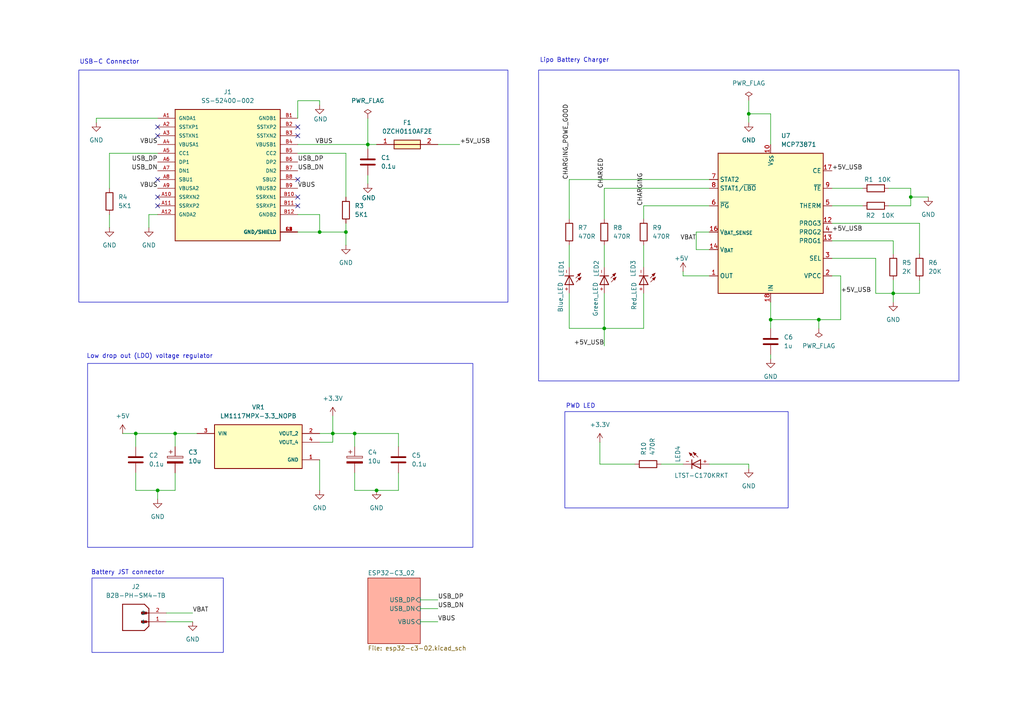
<source format=kicad_sch>
(kicad_sch (version 20231120) (generator "eeschema") (generator_version "8.0")
  (paper "A4")
  (title_block (title "ESP32 Sensor Board - Root"))
  (lib_symbols
    (symbol "0ZCH0110AF2E:0ZCH0110AF2E" (pin_names hide)
      (property "Reference" "F" (at 13.97 6.35 0))
      (property "Value" "0ZCH0110AF2E" (at 13.97 3.81 0))
      (symbol "0ZCH0110AF2E_1_1"
        (polyline (pts (xy 5.08 0) (xy 12.7 0)) (stroke (width 0.254)))
        (rectangle (start 5.08 1.27) (end 12.7 -1.27) (stroke (width 0.254)) (fill (type background)))
        (pin passive line (at 0 0 0) (length 5.08) (name "1") (number "1"))
        (pin passive line (at 17.78 0 180) (length 5.08) (name "2") (number "2"))
      )
    )
    (symbol "B2B-PH-SM4-TB:B2B-PH-SM4-TB" (pin_names (offset 1.016))
      (property "Reference" "J" (at 0 6.35 0))
      (property "Value" "B2B-PH-SM4-TB" (at 0 -5.08 0))
      (symbol "B2B-PH-SM4-TB_0_0"
        (polyline (pts (xy 0 -1.27) (xy 1.27 -2.54)) (stroke (width 0.254)))
        (polyline (pts (xy 0 0) (xy 1.905 0)) (stroke (width 0.254)))
        (polyline (pts (xy 0 2.54) (xy 0 -1.27)) (stroke (width 0.254)))
        (polyline (pts (xy 0 2.54) (xy 1.905 2.54)) (stroke (width 0.254)))
        (polyline (pts (xy 0 3.81) (xy 0 2.54)) (stroke (width 0.254)))
        (polyline (pts (xy 0 3.81) (xy 1.27 5.08)) (stroke (width 0.254)))
        (polyline (pts (xy 1.27 -2.54) (xy 7.62 -2.54)) (stroke (width 0.254)))
        (polyline (pts (xy 7.62 -2.54) (xy 7.62 5.08)) (stroke (width 0.254)))
        (polyline (pts (xy 7.62 5.08) (xy 1.27 5.08)) (stroke (width 0.254)))
        (rectangle (start 0.635 -0.3175) (end 2.2225 0.3175) (stroke (width 0.1)) (fill (type outline)))
        (rectangle (start 0.635 2.2225) (end 2.2225 2.8575) (stroke (width 0.1)) (fill (type outline)))
        (pin passive line (at -5.08 2.54 0) (length 5.08) (name "1") (number "1"))
        (pin passive line (at -5.08 0 0) (length 5.08) (name "2") (number "2"))
      )
    )
    (symbol "Battery_Management:MCP73871"
      (property "Reference" "U" (at -7.62 24.13 0))
      (property "Value" "MCP73871" (at -15.24 21.59 0))
      (symbol "MCP73871_0_1"
        (rectangle (start -15.24 20.32) (end 15.24 -20.32) (stroke (width 0.254)) (fill (type background)))
      )
      (symbol "MCP73871_1_1"
        (pin power_out line (at 17.78 15.24 180) (length 2.54) (name "OUT") (number "1"))
        (pin power_in line (at 0 -22.86 90) (length 2.54) (name "V_{SS}") (number "10"))
        (pin passive line (at 0 -22.86 90) (length 2.54) hide (name "V_{SS}") (number "11"))
        (pin bidirectional line (at -17.78 0 0) (length 2.54) (name "PROG3") (number "12"))
        (pin bidirectional line (at -17.78 5.08 0) (length 2.54) (name "PROG1") (number "13"))
        (pin power_out line (at 17.78 7.62 180) (length 2.54) (name "V_{BAT}") (number "14"))
        (pin passive line (at 17.78 7.62 180) (length 2.54) hide (name "V_{BAT}") (number "15"))
        (pin input line (at 17.78 2.54 180) (length 2.54) (name "V_{BAT_SENSE}") (number "16"))
        (pin input line (at -17.78 -15.24 0) (length 2.54) (name "CE") (number "17"))
        (pin power_in line (at 0 22.86 270) (length 2.54) (name "IN") (number "18"))
        (pin passive line (at 0 22.86 270) (length 2.54) hide (name "IN") (number "19"))
        (pin input line (at -17.78 15.24 0) (length 2.54) (name "VPCC") (number "2"))
        (pin passive line (at 17.78 15.24 180) (length 2.54) hide (name "OUT") (number "20"))
        (pin passive line (at 0 -22.86 90) (length 2.54) hide (name "V_{SS}") (number "21"))
        (pin input line (at -17.78 10.16 0) (length 2.54) (name "SEL") (number "3"))
        (pin input line (at -17.78 2.54 0) (length 2.54) (name "PROG2") (number "4"))
        (pin bidirectional line (at -17.78 -5.08 0) (length 2.54) (name "THERM") (number "5"))
        (pin open_collector line (at 17.78 -5.08 180) (length 2.54) (name "~{PG}") (number "6"))
        (pin open_collector line (at 17.78 -12.7 180) (length 2.54) (name "STAT2") (number "7"))
        (pin open_collector line (at 17.78 -10.16 180) (length 2.54) (name "STAT1/~{LBO}") (number "8"))
        (pin input line (at -17.78 -10.16 0) (length 2.54) (name "~{TE}") (number "9"))
      )
    )
    (symbol "Device:C" (pin_numbers hide) (pin_names (offset 0.254))
      (property "Reference" "C" (at 0.635 2.54 0))
      (property "Value" "C" (at 0.635 -2.54 0))
      (symbol "C_0_1"
        (polyline (pts (xy -2.032 -0.762) (xy 2.032 -0.762)) (stroke (width 0.508)))
        (polyline (pts (xy -2.032 0.762) (xy 2.032 0.762)) (stroke (width 0.508)))
      )
      (symbol "C_1_1"
        (pin passive line (at 0 3.81 270) (length 2.794) (name "~") (number "1"))
        (pin passive line (at 0 -3.81 90) (length 2.794) (name "~") (number "2"))
      )
    )
    (symbol "Device:C_Polarized" (pin_numbers hide) (pin_names (offset 0.254))
      (property "Reference" "C" (at 0.635 2.54 0))
      (property "Value" "C_Polarized" (at 0.635 -2.54 0))
      (symbol "C_Polarized_0_1"
        (rectangle (start -2.286 0.508) (end 2.286 1.016))
        (polyline (pts (xy -1.778 2.286) (xy -0.762 2.286)))
        (polyline (pts (xy -1.27 2.794) (xy -1.27 1.778)))
        (rectangle (start 2.286 -0.508) (end -2.286 -1.016) (fill (type outline)))
      )
      (symbol "C_Polarized_1_1"
        (pin passive line (at 0 3.81 270) (length 2.794) (name "~") (number "1"))
        (pin passive line (at 0 -3.81 90) (length 2.794) (name "~") (number "2"))
      )
    )
    (symbol "Device:R" (pin_numbers hide) (pin_names (offset 0))
      (property "Reference" "R" (at 2.032 0 90))
      (property "Value" "R" (at 0 0 90))
      (symbol "R_0_1"
        (rectangle (start -1.016 -2.54) (end 1.016 2.54) (stroke (width 0.254)))
      )
      (symbol "R_1_1"
        (pin passive line (at 0 3.81 270) (length 1.27) (name "~") (number "1"))
        (pin passive line (at 0 -3.81 90) (length 1.27) (name "~") (number "2"))
      )
    )
    (symbol "LM1117MPX-3.3_NOPB:LM1117MPX-3.3_NOPB" (pin_names (offset 1.016))
      (property "Reference" "VR1" (at 0 10.16 0))
      (property "Value" "LM1117MPX-3.3_NOPB" (at 0 7.62 0))
      (symbol "LM1117MPX-3.3_NOPB_0_0"
        (rectangle (start -12.7 -7.62) (end 12.7 5.08) (stroke (width 0.254)) (fill (type background)))
        (pin power_in line (at 17.78 -5.08 180) (length 5.08) (name "GND") (number "1"))
        (pin power_out line (at 17.78 2.54 180) (length 5.08) (name "VOUT_2") (number "2"))
        (pin input line (at -17.78 2.54 0) (length 5.08) (name "VIN") (number "3"))
        (pin power_out line (at 17.78 0 180) (length 5.08) (name "VOUT_4") (number "4"))
      )
    )
    (symbol "LTST-C170KRKT:LTST-C170KRKT" (pin_names (offset 1.016))
      (property "Reference" "D" (at -2.0343 4.0686 0))
      (property "Value" "LTST-C170KRKT" (at -2.0325 -5.7164 0))
      (symbol "LTST-C170KRKT_0_0"
        (polyline (pts (xy 0 -1.27) (xy 0 0)) (stroke (width 0.254)))
        (polyline (pts (xy 0 0) (xy 0 1.27)) (stroke (width 0.254)))
        (polyline (pts (xy 0 0) (xy 2.54 1.27)) (stroke (width 0.254)))
        (polyline (pts (xy 0.635 1.905) (xy -0.762 3.302)) (stroke (width 0.1524)))
        (polyline (pts (xy 1.778 2.032) (xy 0.381 3.429)) (stroke (width 0.1524)))
        (polyline (pts (xy 2.54 -1.27) (xy 0 0)) (stroke (width 0.254)))
        (polyline (pts (xy 2.54 -1.27) (xy 2.54 0)) (stroke (width 0.254)))
        (polyline (pts (xy 2.54 0) (xy 0 0)) (stroke (width 0.1524)))
        (polyline (pts (xy 2.54 0) (xy 2.54 1.27)) (stroke (width 0.254)))
        (polyline (pts (xy -0.762 3.302) (xy 0.127 2.921) (xy -0.381 2.413) (xy -0.762 3.302)) (stroke (width 0.1524)) (fill (type outline)))
        (polyline (pts (xy 0.381 3.429) (xy 1.27 3.048) (xy 0.762 2.54) (xy 0.381 3.429)) (stroke (width 0.1524)) (fill (type outline)))
        (pin passive line (at 5.08 0 180) (length 2.54) (name "~") (number "+"))
        (pin passive line (at -2.54 0 0) (length 2.54) (name "~") (number "-"))
      )
    )
    (symbol "SS-52400-002:SS-52400-002" (pin_names (offset 1.016))
      (property "Reference" "J" (at -15.24 19.05 0))
      (property "Value" "SS-52400-002" (at -15.24 -22.86 0))
      (symbol "SS-52400-002_0_0"
        (rectangle (start -15.24 -20.32) (end 15.24 17.78) (stroke (width 0.254)) (fill (type background)))
        (pin power_in line (at -20.32 15.24 0) (length 5.08) (name "GNDA1") (number "A1"))
        (pin bidirectional line (at -20.32 -7.62 0) (length 5.08) (name "SSRXN2") (number "A10"))
        (pin bidirectional line (at -20.32 -10.16 0) (length 5.08) (name "SSRXP2") (number "A11"))
        (pin power_in line (at -20.32 -12.7 0) (length 5.08) (name "GNDA2") (number "A12"))
        (pin bidirectional line (at -20.32 12.7 0) (length 5.08) (name "SSTXP1") (number "A2"))
        (pin bidirectional line (at -20.32 10.16 0) (length 5.08) (name "SSTXN1") (number "A3"))
        (pin power_in line (at -20.32 7.62 0) (length 5.08) (name "VBUSA1") (number "A4"))
        (pin bidirectional line (at -20.32 5.08 0) (length 5.08) (name "CC1") (number "A5"))
        (pin bidirectional line (at -20.32 2.54 0) (length 5.08) (name "DP1") (number "A6"))
        (pin bidirectional line (at -20.32 0 0) (length 5.08) (name "DN1") (number "A7"))
        (pin bidirectional line (at -20.32 -2.54 0) (length 5.08) (name "SBU1") (number "A8"))
        (pin power_in line (at -20.32 -5.08 0) (length 5.08) (name "VBUSA2") (number "A9"))
        (pin power_in line (at 20.32 15.24 180) (length 5.08) (name "GNDB1") (number "B1"))
        (pin bidirectional line (at 20.32 -7.62 180) (length 5.08) (name "SSRXN1") (number "B10"))
        (pin bidirectional line (at 20.32 -10.16 180) (length 5.08) (name "SSRXP1") (number "B11"))
        (pin power_in line (at 20.32 -12.7 180) (length 5.08) (name "GNDB2") (number "B12"))
        (pin bidirectional line (at 20.32 12.7 180) (length 5.08) (name "SSTXP2") (number "B2"))
        (pin bidirectional line (at 20.32 10.16 180) (length 5.08) (name "SSTXN2") (number "B3"))
        (pin power_in line (at 20.32 7.62 180) (length 5.08) (name "VBUSB1") (number "B4"))
        (pin bidirectional line (at 20.32 5.08 180) (length 5.08) (name "CC2") (number "B5"))
        (pin bidirectional line (at 20.32 2.54 180) (length 5.08) (name "DP2") (number "B6"))
        (pin bidirectional line (at 20.32 0 180) (length 5.08) (name "DN2") (number "B7"))
        (pin bidirectional line (at 20.32 -2.54 180) (length 5.08) (name "SBU2") (number "B8"))
        (pin power_in line (at 20.32 -5.08 180) (length 5.08) (name "VBUSB2") (number "B9"))
        (pin power_in line (at 20.32 -17.78 180) (length 5.08) (name "GND/SHIELD") (number "G1"))
        (pin power_in line (at 20.32 -17.78 180) (length 5.08) (name "GND/SHIELD") (number "G2"))
        (pin power_in line (at 20.32 -17.78 180) (length 5.08) (name "GND/SHIELD") (number "G3"))
        (pin power_in line (at 20.32 -17.78 180) (length 5.08) (name "GND/SHIELD") (number "G4"))
        (pin power_in line (at 20.32 -17.78 180) (length 5.08) (name "GND/SHIELD") (number "S1"))
        (pin power_in line (at 20.32 -17.78 180) (length 5.08) (name "GND/SHIELD") (number "S2"))
        (pin power_in line (at 20.32 -17.78 180) (length 5.08) (name "GND/SHIELD") (number "S3"))
        (pin power_in line (at 20.32 -17.78 180) (length 5.08) (name "GND/SHIELD") (number "S4"))
      )
    )
    (symbol "power:+3.3V" (power) (pin_numbers hide) (pin_names (offset 0) hide)
      (property "Value" "+3.3V" (at 0 3.556 0))
      (symbol "+3.3V_0_1"
        (polyline (pts (xy -0.762 1.27) (xy 0 2.54)))
        (polyline (pts (xy 0 0) (xy 0 2.54)))
        (polyline (pts (xy 0 2.54) (xy 0.762 1.27)))
      )
      (symbol "+3.3V_1_1"
        (pin power_in line (at 0 0 90) (length 0) (name "~") (number "1"))
      )
    )
    (symbol "power:+5V" (power) (pin_numbers hide) (pin_names (offset 0) hide)
      (property "Value" "+5V" (at 0 3.556 0))
      (symbol "+5V_0_1"
        (polyline (pts (xy -0.762 1.27) (xy 0 2.54)))
        (polyline (pts (xy 0 0) (xy 0 2.54)))
        (polyline (pts (xy 0 2.54) (xy 0.762 1.27)))
      )
      (symbol "+5V_1_1"
        (pin power_in line (at 0 0 90) (length 0) (name "~") (number "1"))
      )
    )
    (symbol "power:GND" (power) (pin_numbers hide) (pin_names (offset 0) hide)
      (property "Value" "GND" (at 0 -3.81 0))
      (symbol "GND_0_1"
        (polyline (pts (xy 0 0) (xy 0 -1.27) (xy 1.27 -1.27) (xy 0 -2.54) (xy -1.27 -1.27) (xy 0 -1.27)))
      )
      (symbol "GND_1_1"
        (pin power_in line (at 0 0 270) (length 0) (name "~") (number "1"))
      )
    )
    (symbol "power:PWR_FLAG" (power) (pin_numbers hide) (pin_names (offset 0) hide)
      (property "Value" "PWR_FLAG" (at 0 3.81 0))
      (symbol "PWR_FLAG_0_0"
        (pin power_out line (at 0 0 90) (length 0) (name "~") (number "1"))
      )
      (symbol "PWR_FLAG_0_1"
        (polyline (pts (xy 0 0) (xy 0 1.27) (xy -1.016 1.905) (xy 0 2.54) (xy 1.016 1.905) (xy 0 1.27)))
      )
    )
  )
  (junction (at 45.72 142.24))
  (junction (at 223.52 92.71))
  (junction (at 259.08 85.09))
  (junction (at 96.52 125.73))
  (junction (at 39.37 125.73))
  (junction (at 106.68 41.91))
  (junction (at 92.71 67.31))
  (junction (at 217.17 33.02))
  (junction (at 50.8 125.73))
  (junction (at 100.33 67.31))
  (junction (at 102.87 125.73))
  (junction (at 264.16 57.15))
  (junction (at 175.26 95.25))
  (junction (at 109.22 142.24))
  (junction (at 237.49 92.71))
  (no_connect (at 45.72 52.07))
  (no_connect (at 45.72 39.37))
  (no_connect (at 86.36 36.83))
  (no_connect (at 86.36 52.07))
  (no_connect (at 45.72 59.69))
  (no_connect (at 45.72 57.15))
  (no_connect (at 86.36 59.69))
  (no_connect (at 86.36 39.37))
  (no_connect (at 86.36 57.15))
  (no_connect (at 45.72 36.83))
  (wire (pts (xy 205.74 67.31) (xy 201.93 67.31)))
  (wire (pts (xy 223.52 92.71) (xy 223.52 87.63)))
  (wire (pts (xy 201.93 72.39) (xy 205.74 72.39)))
  (wire (pts (xy 50.8 137.16) (xy 50.8 142.24)))
  (wire (pts (xy 175.26 95.25) (xy 175.26 100.33)))
  (wire (pts (xy 175.26 54.61) (xy 205.74 54.61)))
  (wire (pts (xy 86.36 29.21) (xy 92.71 29.21)))
  (wire (pts (xy 165.1 71.12) (xy 165.1 77.47)))
  (wire (pts (xy 92.71 128.27) (xy 96.52 128.27)))
  (wire (pts (xy 257.81 54.61) (xy 264.16 54.61)))
  (wire (pts (xy 266.7 85.09) (xy 266.7 81.28)))
  (wire (pts (xy 106.68 41.91) (xy 109.22 41.91)))
  (wire (pts (xy 223.52 102.87) (xy 223.52 104.14)))
  (wire (pts (xy 48.26 177.8) (xy 55.88 177.8)))
  (wire (pts (xy 205.74 59.69) (xy 186.69 59.69)))
  (wire (pts (xy 115.57 137.16) (xy 115.57 142.24)))
  (wire (pts (xy 198.12 80.01) (xy 205.74 80.01)))
  (wire (pts (xy 223.52 41.91) (xy 223.52 33.02)))
  (wire (pts (xy 266.7 64.77) (xy 266.7 73.66)))
  (wire (pts (xy 223.52 92.71) (xy 223.52 95.25)))
  (wire (pts (xy 237.49 92.71) (xy 223.52 92.71)))
  (wire (pts (xy 39.37 125.73) (xy 50.8 125.73)))
  (wire (pts (xy 31.75 44.45) (xy 45.72 44.45)))
  (wire (pts (xy 217.17 33.02) (xy 217.17 35.56)))
  (wire (pts (xy 31.75 62.23) (xy 31.75 66.04)))
  (wire (pts (xy 264.16 57.15) (xy 269.24 57.15)))
  (wire (pts (xy 86.36 67.31) (xy 92.71 67.31)))
  (wire (pts (xy 115.57 142.24) (xy 109.22 142.24)))
  (wire (pts (xy 45.72 142.24) (xy 50.8 142.24)))
  (wire (pts (xy 259.08 69.85) (xy 259.08 73.66)))
  (wire (pts (xy 175.26 71.12) (xy 175.26 77.47)))
  (wire (pts (xy 102.87 125.73) (xy 96.52 125.73)))
  (wire (pts (xy 92.71 125.73) (xy 96.52 125.73)))
  (wire (pts (xy 165.1 63.5) (xy 165.1 52.07)))
  (wire (pts (xy 39.37 137.16) (xy 39.37 142.24)))
  (wire (pts (xy 191.77 134.62) (xy 198.12 134.62)))
  (wire (pts (xy 241.3 74.93) (xy 254 74.93)))
  (wire (pts (xy 165.1 52.07) (xy 205.74 52.07)))
  (wire (pts (xy 115.57 129.54) (xy 115.57 125.73)))
  (wire (pts (xy 39.37 125.73) (xy 39.37 129.54)))
  (wire (pts (xy 165.1 85.09) (xy 165.1 95.25)))
  (wire (pts (xy 186.69 59.69) (xy 186.69 63.5)))
  (wire (pts (xy 43.18 62.23) (xy 43.18 66.04)))
  (wire (pts (xy 243.84 92.71) (xy 237.49 92.71)))
  (wire (pts (xy 243.84 80.01) (xy 243.84 92.71)))
  (wire (pts (xy 243.84 80.01) (xy 241.3 80.01)))
  (wire (pts (xy 45.72 142.24) (xy 45.72 144.78)))
  (wire (pts (xy 100.33 64.77) (xy 100.33 67.31)))
  (wire (pts (xy 237.49 92.71) (xy 237.49 95.25)))
  (wire (pts (xy 92.71 67.31) (xy 100.33 67.31)))
  (wire (pts (xy 175.26 85.09) (xy 175.26 95.25)))
  (wire (pts (xy 92.71 29.21) (xy 92.71 30.48)))
  (wire (pts (xy 186.69 71.12) (xy 186.69 77.47)))
  (wire (pts (xy 50.8 125.73) (xy 50.8 129.54)))
  (wire (pts (xy 45.72 62.23) (xy 43.18 62.23)))
  (wire (pts (xy 39.37 142.24) (xy 45.72 142.24)))
  (wire (pts (xy 100.33 67.31) (xy 100.33 71.12)))
  (wire (pts (xy 27.94 34.29) (xy 27.94 35.56)))
  (wire (pts (xy 45.72 34.29) (xy 27.94 34.29)))
  (wire (pts (xy 217.17 134.62) (xy 217.17 135.89)))
  (wire (pts (xy 241.3 59.69) (xy 250.19 59.69)))
  (wire (pts (xy 96.52 128.27) (xy 96.52 125.73)))
  (wire (pts (xy 254 85.09) (xy 259.08 85.09)))
  (wire (pts (xy 100.33 44.45) (xy 100.33 57.15)))
  (wire (pts (xy 259.08 85.09) (xy 266.7 85.09)))
  (wire (pts (xy 35.56 125.73) (xy 39.37 125.73)))
  (wire (pts (xy 96.52 125.73) (xy 96.52 120.65)))
  (wire (pts (xy 106.68 41.91) (xy 106.68 43.18)))
  (wire (pts (xy 86.36 34.29) (xy 86.36 29.21)))
  (wire (pts (xy 241.3 54.61) (xy 250.19 54.61)))
  (wire (pts (xy 241.3 69.85) (xy 259.08 69.85)))
  (wire (pts (xy 173.99 134.62) (xy 184.15 134.62)))
  (wire (pts (xy 102.87 129.54) (xy 102.87 125.73)))
  (wire (pts (xy 175.26 95.25) (xy 186.69 95.25)))
  (wire (pts (xy 259.08 81.28) (xy 259.08 85.09)))
  (wire (pts (xy 106.68 34.29) (xy 106.68 41.91)))
  (wire (pts (xy 198.12 78.74) (xy 198.12 80.01)))
  (wire (pts (xy 223.52 33.02) (xy 217.17 33.02)))
  (wire (pts (xy 254 74.93) (xy 254 85.09)))
  (wire (pts (xy 264.16 54.61) (xy 264.16 57.15)))
  (wire (pts (xy 102.87 137.16) (xy 102.87 142.24)))
  (wire (pts (xy 264.16 57.15) (xy 264.16 59.69)))
  (wire (pts (xy 121.92 180.34) (xy 127 180.34)))
  (wire (pts (xy 165.1 95.25) (xy 175.26 95.25)))
  (wire (pts (xy 86.36 62.23) (xy 92.71 62.23)))
  (wire (pts (xy 241.3 64.77) (xy 266.7 64.77)))
  (wire (pts (xy 31.75 54.61) (xy 31.75 44.45)))
  (wire (pts (xy 201.93 67.31) (xy 201.93 72.39)))
  (wire (pts (xy 121.92 176.53) (xy 127 176.53)))
  (wire (pts (xy 175.26 63.5) (xy 175.26 54.61)))
  (wire (pts (xy 121.92 173.99) (xy 127 173.99)))
  (wire (pts (xy 115.57 125.73) (xy 102.87 125.73)))
  (wire (pts (xy 173.99 128.27) (xy 173.99 134.62)))
  (wire (pts (xy 92.71 133.35) (xy 92.71 142.24)))
  (wire (pts (xy 127 41.91) (xy 133.35 41.91)))
  (wire (pts (xy 257.81 59.69) (xy 264.16 59.69)))
  (wire (pts (xy 102.87 142.24) (xy 109.22 142.24)))
  (wire (pts (xy 106.68 50.8) (xy 106.68 53.34)))
  (wire (pts (xy 86.36 41.91) (xy 106.68 41.91)))
  (wire (pts (xy 217.17 29.21) (xy 217.17 33.02)))
  (wire (pts (xy 259.08 85.09) (xy 259.08 87.63)))
  (wire (pts (xy 50.8 125.73) (xy 57.15 125.73)))
  (wire (pts (xy 92.71 62.23) (xy 92.71 67.31)))
  (wire (pts (xy 86.36 44.45) (xy 100.33 44.45)))
  (wire (pts (xy 48.26 180.34) (xy 55.88 180.34)))
  (wire (pts (xy 205.74 134.62) (xy 217.17 134.62)))
  (wire (pts (xy 186.69 85.09) (xy 186.69 95.25)))
  (rectangle (start 26.67 167.64) (end 64.77 189.23))
  (rectangle (start 25.4 105.41) (end 137.16 158.75))
  (rectangle (start 163.83 119.38) (end 228.6 147.32))
  (rectangle (start 156.21 20.32) (end 278.13 110.49))
  (rectangle (start 22.86 20.32) (end 147.32 87.63))
  (text "Lipo Battery Charger\n" (at 166.624 17.526 0) (effects (font (size 1.27 1.27))))
  (text "Low drop out (LDO) voltage regulator" (at 43.434 103.378 0) (effects (font (size 1.27 1.27))))
  (text "PWD LED\n" (at 168.402 117.856 0) (effects (font (size 1.27 1.27))))
  (text "Battery JST connector" (at 37.084 166.116 0) (effects (font (size 1.27 1.27))))
  (text "USB-C Connector" (at 31.75 18.034 0) (effects (font (size 1.27 1.27))))
  (label "USB_DN" (at 127 176.53 0))
  (label "VBUS" (at 96.52 41.91 180))
  (label "VBUS" (at 45.72 54.61 180))
  (label "VBUS" (at 127 180.34 0))
  (label "USB_DN" (at 45.72 49.53 180))
  (label "+5V_USB" (at 241.3 49.53 0))
  (label "+5V_USB" (at 243.84 85.09 0))
  (label "VBAT" (at 55.88 177.8 0))
  (label "+5V_USB" (at 133.35 41.91 0))
  (label "CHARGED" (at 175.26 54.61 90))
  (label "USB_DP" (at 45.72 46.99 180))
  (label "USB_DP" (at 127 173.99 0))
  (label "+5V_USB" (at 175.26 100.33 180))
  (label "VBAT" (at 201.93 69.85 180))
  (label "VBUS" (at 45.72 41.91 180))
  (label "USB_DN" (at 86.36 49.53 0))
  (label "CHARGING" (at 186.69 59.69 90))
  (label "USB_DP" (at 86.36 46.99 0))
  (label "VBUS" (at 86.36 54.61 0))
  (label "CHARGING_POWE_GOOD" (at 165.1 52.07 90))
  (label "+5V_USB" (at 241.3 67.31 0))
  (symbol (lib_id "power:GND") (at 31.75 66.04 0) (unit 1)
    (property "Reference" "#PWR3" (effects (hide yes)))
    (property "Value" "GND" (at 31.75 71.12 0))
    (property "Description" "Power symbol creates a global label with name \"GND\" , ground" (effects (hide yes)))
  )
  (symbol (lib_id "0ZCH0110AF2E:0ZCH0110AF2E") (at 109.22 41.91 0) (unit 1)
    (property "Reference" "F1" (at 118.11 35.56 0))
    (property "Value" "0ZCH0110AF2E" (at 118.11 38.1 0))
    (property "Footprint" "Connector_PinHeader_2.54mm:PinHeader_1x04_P2.54mm_Vertical" (effects (hide yes)))
    (property "Datasheet" "https://www.belfuse.com/resources/datasheets/circuitprotection/ds-cp-0zch-series.pdf" (effects (hide yes)))
    (property "Description" "1210 SMT PPTC | 1.10 Ih | 16V" (effects (hide yes)))
    (property "Height" "1" (effects (hide yes)))
    (property "Manufacturer_Name" "Bel Circuit Protection" (effects (hide yes)))
    (property "Manufacturer_Part_Number" "0ZCH0110AF2E" (effects (hide yes)))
  )
  (symbol (lib_id "power:+3.3V") (at 96.52 120.65 0) (unit 1)
    (property "Reference" "#PWR10" (effects (hide yes)))
    (property "Value" "+3.3V" (at 96.52 115.57 0))
    (property "Description" "Power symbol creates a global label with name \"+3.3V\"" (effects (hide yes)))
  )
  (symbol (lib_id "Device:R") (at 100.33 60.96 180) (unit 1)
    (property "Reference" "R3" (at 102.87 59.6899 0) (effects (justify right)))
    (property "Value" "5K1" (at 102.87 62.2299 0) (effects (justify right)))
    (property "Footprint" "Resistor_SMD:R_0805_2012Metric" (effects (hide yes)))
    (property "Description" "Resistor" (effects (hide yes)))
  )
  (symbol (lib_id "power:GND") (at 259.08 87.63 0) (unit 1)
    (property "Reference" "#PWR2" (effects (hide yes)))
    (property "Value" "GND" (at 259.08 92.71 0))
    (property "Description" "Power symbol creates a global label with name \"GND\" , ground" (effects (hide yes)))
  )
  (symbol (lib_id "power:GND") (at 269.24 57.15 0) (unit 1)
    (property "Reference" "#PWR1" (effects (hide yes)))
    (property "Value" "GND" (at 269.24 62.23 0))
    (property "Description" "Power symbol creates a global label with name \"GND\" , ground" (effects (hide yes)))
  )
  (symbol (lib_id "power:PWR_FLAG") (at 217.17 29.21 0) (unit 1)
    (property "Reference" "#FLG1" (effects (hide yes)))
    (property "Value" "PWR_FLAG" (at 217.17 24.13 0))
    (property "Description" "Special symbol for telling ERC where power comes from" (effects (hide yes)))
  )
  (symbol (lib_id "power:GND") (at 217.17 35.56 0) (unit 1)
    (property "Reference" "#PWR8" (effects (hide yes)))
    (property "Value" "GND" (at 217.17 40.64 0))
    (property "Description" "Power symbol creates a global label with name \"GND\" , ground" (effects (hide yes)))
  )
  (symbol (lib_id "Device:R") (at 259.08 77.47 0) (unit 1)
    (property "Reference" "R5" (at 261.62 76.1999 0) (effects (justify left)))
    (property "Value" "2K" (at 261.62 78.7399 0) (effects (justify left)))
    (property "Footprint" "Resistor_SMD:R_0805_2012Metric" (effects (hide yes)))
    (property "Description" "Resistor" (effects (hide yes)))
  )
  (symbol (lib_id "power:+5V") (at 35.56 125.73 0) (unit 1)
    (property "Reference" "#PWR13" (effects (hide yes)))
    (property "Value" "+5V" (at 35.56 120.65 0))
    (property "Description" "Power symbol creates a global label with name \"+5V\"" (effects (hide yes)))
  )
  (symbol (lib_id "power:PWR_FLAG") (at 237.49 95.25 180) (unit 1)
    (property "Reference" "#FLG4" (effects (hide yes)))
    (property "Value" "PWR_FLAG" (at 237.49 100.33 0))
    (property "Description" "Special symbol for telling ERC where power comes from" (effects (hide yes)))
  )
  (symbol (lib_id "Device:R") (at 254 54.61 90) (unit 1)
    (property "Reference" "R1" (at 251.968 52.07 90))
    (property "Value" "10K" (at 256.54 52.07 90))
    (property "Footprint" "Resistor_SMD:R_0805_2012Metric" (effects (hide yes)))
    (property "Description" "Resistor" (effects (hide yes)))
  )
  (symbol (lib_id "Device:R") (at 266.7 77.47 0) (unit 1)
    (property "Reference" "R6" (at 269.24 76.1999 0) (effects (justify left)))
    (property "Value" "20K" (at 269.24 78.7399 0) (effects (justify left)))
    (property "Footprint" "Resistor_SMD:R_0805_2012Metric" (effects (hide yes)))
    (property "Description" "Resistor" (effects (hide yes)))
  )
  (symbol (lib_id "power:+3.3V") (at 173.99 128.27 0) (unit 1)
    (property "Reference" "#PWR15" (effects (hide yes)))
    (property "Value" "+3.3V" (at 173.99 123.19 0))
    (property "Description" "Power symbol creates a global label with name \"+3.3V\"" (effects (hide yes)))
  )
  (symbol (lib_id "Device:R") (at 31.75 58.42 180) (unit 1)
    (property "Reference" "R4" (at 34.29 57.1499 0) (effects (justify right)))
    (property "Value" "5K1" (at 34.29 59.6899 0) (effects (justify right)))
    (property "Footprint" "Resistor_SMD:R_0805_2012Metric" (effects (hide yes)))
    (property "Description" "Resistor" (effects (hide yes)))
  )
  (symbol (lib_id "power:GND") (at 223.52 104.14 0) (unit 1)
    (property "Reference" "#PWR18" (effects (hide yes)))
    (property "Value" "GND" (at 223.52 109.22 0))
    (property "Description" "Power symbol creates a global label with name \"GND\" , ground" (effects (hide yes)))
  )
  (symbol (lib_id "LTST-C170KRKT:LTST-C170KRKT") (at 186.69 80.01 270) (unit 1)
    (property "Reference" "LED3" (at 183.642 75.438 0) (effects (justify left)))
    (property "Value" "Red_LED" (at 183.896 81.788 0) (effects (justify left)))
    (property "Footprint" "LTST-C170KRKT:DIOC200X125X110" (effects (hide yes)))
    (property "MF" "Lite-On Inc." (effects (hide yes)))
    (property "Description_1" "\n                        \n                            Red 631nm LED Indication - Discrete 2V 0805 (2012 Metric)\n                        \n" (effects (hide yes)))
    (property "Package" "0805 Lite-On" (effects (hide yes)))
    (property "Price" "None" (effects (hide yes)))
    (property "Check_prices" "https://www.snapeda.com/parts/LTST-C170KRKT/Lite-On/view-part/?ref=eda" (effects (hide yes)))
    (property "SnapEDA_Link" "https://www.snapeda.com/parts/LTST-C170KRKT/Lite-On/view-part/?ref=snap" (effects (hide yes)))
    (property "MP" "LTST-C170KRKT" (effects (hide yes)))
    (property "Availability" "In Stock" (effects (hide yes)))
    (property "MANUFACTURER" "LiteOn" (effects (hide yes)))
  )
  (symbol (lib_id "power:GND") (at 100.33 71.12 0) (unit 1)
    (property "Reference" "#PWR5" (effects (hide yes)))
    (property "Value" "GND" (at 100.33 76.2 0))
    (property "Description" "Power symbol creates a global label with name \"GND\" , ground" (effects (hide yes)))
  )
  (symbol (lib_id "Device:R") (at 165.1 67.31 0) (unit 1)
    (property "Reference" "R7" (at 167.64 66.0399 0) (effects (justify left)))
    (property "Value" "470R" (at 167.64 68.5799 0) (effects (justify left)))
    (property "Footprint" "Resistor_SMD:R_0805_2012Metric" (effects (hide yes)))
    (property "Description" "Resistor" (effects (hide yes)))
  )
  (symbol (lib_id "power:GND") (at 55.88 180.34 0) (unit 1)
    (property "Reference" "#PWR14" (effects (hide yes)))
    (property "Value" "GND" (at 55.88 185.42 0))
    (property "Description" "Power symbol creates a global label with name \"GND\" , ground" (effects (hide yes)))
  )
  (symbol (lib_id "Device:C") (at 106.68 46.99 0) (unit 1)
    (property "Reference" "C1" (at 110.49 45.7199 0) (effects (justify left)))
    (property "Value" "0.1u" (at 110.49 48.2599 0) (effects (justify left)))
    (property "Footprint" "Capacitor_SMD:C_0805_2012Metric" (effects (hide yes)))
    (property "Description" "Unpolarized capacitor" (effects (hide yes)))
  )
  (symbol (lib_id "Device:C") (at 39.37 133.35 0) (unit 1)
    (property "Reference" "C2" (at 43.18 132.0799 0) (effects (justify left)))
    (property "Value" "0.1u" (at 43.18 134.6199 0) (effects (justify left)))
    (property "Footprint" "Capacitor_SMD:C_0805_2012Metric" (effects (hide yes)))
    (property "Description" "Unpolarized capacitor" (effects (hide yes)))
  )
  (symbol (lib_id "power:GND") (at 45.72 144.78 0) (unit 1)
    (property "Reference" "#PWR9" (effects (hide yes)))
    (property "Value" "GND" (at 45.72 149.86 0))
    (property "Description" "Power symbol creates a global label with name \"GND\" , ground" (effects (hide yes)))
  )
  (symbol (lib_id "power:GND") (at 92.71 30.48 0) (unit 1)
    (property "Reference" "#PWR7" (effects (hide yes)))
    (property "Value" "GND" (at 92.964 34.544 0))
    (property "Description" "Power symbol creates a global label with name \"GND\" , ground" (effects (hide yes)))
  )
  (symbol (lib_id "Device:C") (at 115.57 133.35 0) (unit 1)
    (property "Reference" "C5" (at 119.38 132.0799 0) (effects (justify left)))
    (property "Value" "0.1u" (at 119.38 134.6199 0) (effects (justify left)))
    (property "Footprint" "Capacitor_SMD:C_0805_2012Metric" (effects (hide yes)))
    (property "Description" "Unpolarized capacitor" (effects (hide yes)))
  )
  (symbol (lib_id "SS-52400-002:SS-52400-002") (at 66.04 49.53 0) (unit 1)
    (property "Reference" "J1" (at 66.04 26.67 0))
    (property "Value" "SS-52400-002" (at 66.04 29.21 0))
    (property "Footprint" "SS-52400-002:BELFUSE_SS-52400-002" (effects (hide yes)))
    (property "MF" "Stewart Connector" (effects (hide yes)))
    (property "MAXIMUM_PACKAGE_HEIGHT" "2.96 mm" (effects (hide yes)))
    (property "Package" "None" (effects (hide yes)))
    (property "Price" "None" (effects (hide yes)))
    (property "Check_prices" "https://www.snapeda.com/parts/SS-52400-002/Stewart+Connector/view-part/?ref=eda" (effects (hide yes)))
    (property "STANDARD" "Manufacturer Recommendations" (effects (hide yes)))
    (property "PARTREV" "A0" (effects (hide yes)))
    (property "SnapEDA_Link" "https://www.snapeda.com/parts/SS-52400-002/Stewart+Connector/view-part/?ref=snap" (effects (hide yes)))
    (property "MP" "SS-52400-002" (effects (hide yes)))
    (property "Description_1" "\n                        \n                            USB Type-C Connector | USB 3.1 | 1 Port | Right Angle Receptacle | Shielded | 0.039 in (1.00mm) PCB Thickness\n                        \n" (effects (hide yes)))
    (property "Availability" "In Stock" (effects (hide yes)))
    (property "MANUFACTURER" "BelFuse" (effects (hide yes)))
  )
  (symbol (lib_id "power:GND") (at 92.71 142.24 0) (unit 1)
    (property "Reference" "#PWR12" (effects (hide yes)))
    (property "Value" "GND" (at 92.71 147.32 0))
    (property "Description" "Power symbol creates a global label with name \"GND\" , ground" (effects (hide yes)))
  )
  (symbol (lib_id "Device:R") (at 254 59.69 90) (unit 1)
    (property "Reference" "R2" (at 252.476 62.484 90))
    (property "Value" "10K" (at 257.556 62.484 90))
    (property "Footprint" "Resistor_SMD:R_0805_2012Metric" (effects (hide yes)))
    (property "Description" "Resistor" (effects (hide yes)))
  )
  (symbol (lib_id "Device:C") (at 223.52 99.06 0) (unit 1)
    (property "Reference" "C6" (at 227.33 97.7899 0) (effects (justify left)))
    (property "Value" "1u" (at 227.33 100.3299 0) (effects (justify left)))
    (property "Footprint" "Capacitor_SMD:C_0805_2012Metric" (effects (hide yes)))
    (property "Description" "Unpolarized capacitor" (effects (hide yes)))
  )
  (symbol (lib_id "Device:C_Polarized") (at 102.87 133.35 0) (unit 1)
    (property "Reference" "C4" (at 106.68 131.1909 0) (effects (justify left)))
    (property "Value" "10u" (at 106.68 133.7309 0) (effects (justify left)))
    (property "Footprint" "T491A104K035AT:CAPC3216X110N" (effects (hide yes)))
    (property "Description" "Polarized capacitor" (effects (hide yes)))
  )
  (symbol (lib_id "LTST-C170KRKT:LTST-C170KRKT") (at 175.26 80.01 270) (unit 1)
    (property "Reference" "LED2" (at 172.974 75.438 0) (effects (justify left)))
    (property "Value" "Green_LED" (at 172.72 81.788 0) (effects (justify left)))
    (property "Footprint" "LTST-C170KRKT:DIOC200X125X110" (effects (hide yes)))
    (property "MF" "Lite-On Inc." (effects (hide yes)))
    (property "Description_1" "\n                        \n                            Red 631nm LED Indication - Discrete 2V 0805 (2012 Metric)\n                        \n" (effects (hide yes)))
    (property "Package" "0805 Lite-On" (effects (hide yes)))
    (property "Price" "None" (effects (hide yes)))
    (property "Check_prices" "https://www.snapeda.com/parts/LTST-C170KRKT/Lite-On/view-part/?ref=eda" (effects (hide yes)))
    (property "SnapEDA_Link" "https://www.snapeda.com/parts/LTST-C170KRKT/Lite-On/view-part/?ref=snap" (effects (hide yes)))
    (property "MP" "LTST-C170KRKT" (effects (hide yes)))
    (property "Availability" "In Stock" (effects (hide yes)))
    (property "MANUFACTURER" "LiteOn" (effects (hide yes)))
  )
  (symbol (lib_id "Device:C_Polarized") (at 50.8 133.35 0) (unit 1)
    (property "Reference" "C3" (at 54.61 131.1909 0) (effects (justify left)))
    (property "Value" "10u" (at 54.61 133.7309 0) (effects (justify left)))
    (property "Footprint" "T491A104K035AT:CAPC3216X110N" (effects (hide yes)))
    (property "Description" "Polarized capacitor" (effects (hide yes)))
  )
  (symbol (lib_id "power:GND") (at 217.17 135.89 0) (unit 1)
    (property "Reference" "#PWR16" (effects (hide yes)))
    (property "Value" "GND" (at 217.17 140.97 0))
    (property "Description" "Power symbol creates a global label with name \"GND\" , ground" (effects (hide yes)))
  )
  (symbol (lib_id "Device:R") (at 175.26 67.31 0) (unit 1)
    (property "Reference" "R8" (at 177.8 66.0399 0) (effects (justify left)))
    (property "Value" "470R" (at 177.8 68.5799 0) (effects (justify left)))
    (property "Footprint" "Resistor_SMD:R_0805_2012Metric" (effects (hide yes)))
    (property "Description" "Resistor" (effects (hide yes)))
  )
  (symbol (lib_id "LTST-C170KRKT:LTST-C170KRKT") (at 165.1 80.01 270) (unit 1)
    (property "Reference" "LED1" (at 162.814 75.438 0) (effects (justify left)))
    (property "Value" "Blue_LED" (at 162.56 81.788 0) (effects (justify left)))
    (property "Footprint" "LTST-C170KRKT:DIOC200X125X110" (effects (hide yes)))
    (property "MF" "Lite-On Inc." (effects (hide yes)))
    (property "Description_1" "\n                        \n                            Red 631nm LED Indication - Discrete 2V 0805 (2012 Metric)\n                        \n" (effects (hide yes)))
    (property "Package" "0805 Lite-On" (effects (hide yes)))
    (property "Price" "None" (effects (hide yes)))
    (property "Check_prices" "https://www.snapeda.com/parts/LTST-C170KRKT/Lite-On/view-part/?ref=eda" (effects (hide yes)))
    (property "SnapEDA_Link" "https://www.snapeda.com/parts/LTST-C170KRKT/Lite-On/view-part/?ref=snap" (effects (hide yes)))
    (property "MP" "LTST-C170KRKT" (effects (hide yes)))
    (property "Availability" "In Stock" (effects (hide yes)))
    (property "MANUFACTURER" "LiteOn" (effects (hide yes)))
  )
  (symbol (lib_id "power:GND") (at 109.22 142.24 0) (unit 1)
    (property "Reference" "#PWR11" (effects (hide yes)))
    (property "Value" "GND" (at 109.22 147.32 0))
    (property "Description" "Power symbol creates a global label with name \"GND\" , ground" (effects (hide yes)))
  )
  (symbol (lib_id "B2B-PH-SM4-TB:B2B-PH-SM4-TB") (at 43.18 177.8 180) (unit 1)
    (property "Reference" "J2" (at 39.37 170.18 0))
    (property "Value" "B2B-PH-SM4-TB" (at 39.37 172.72 0))
    (property "Footprint" "B2B-PH-SM4-TB:JST_B2B-PH-SM4-TB" (effects (hide yes)))
    (property "MF" "JST" (effects (hide yes)))
    (property "MAXIMUM_PACKAGE_HEIGHT" "6.6 mm" (effects (hide yes)))
    (property "Package" "NON STANDARD-2 JST" (effects (hide yes)))
    (property "Price" "None" (effects (hide yes)))
    (property "Check_prices" "https://www.snapeda.com/parts/B2B-PH-SM4-TB/JST/view-part/?ref=eda" (effects (hide yes)))
    (property "STANDARD" "Manufacturer Recommendations" (effects (hide yes)))
    (property "PARTREV" "N/A" (effects (hide yes)))
    (property "SnapEDA_Link" "https://www.snapeda.com/parts/B2B-PH-SM4-TB/JST/view-part/?ref=snap" (effects (hide yes)))
    (property "MP" "B2B-PH-SM4-TB" (effects (hide yes)))
    (property "Description_1" "\n                        \n                            Connector Header Surface Mount 2 position 0.079 (2.00mm)\n                        \n" (effects (hide yes)))
    (property "Availability" "In Stock" (effects (hide yes)))
    (property "MANUFACTURER" "JST" (effects (hide yes)))
  )
  (symbol (lib_id "power:PWR_FLAG") (at 106.68 34.29 0) (unit 1)
    (property "Reference" "#FLG3" (effects (hide yes)))
    (property "Value" "PWR_FLAG" (at 106.68 29.21 0))
    (property "Description" "Special symbol for telling ERC where power comes from" (effects (hide yes)))
  )
  (symbol (lib_id "power:GND") (at 27.94 35.56 0) (unit 1)
    (property "Reference" "#PWR6" (effects (hide yes)))
    (property "Value" "GND" (at 27.94 40.64 0))
    (property "Description" "Power symbol creates a global label with name \"GND\" , ground" (effects (hide yes)))
  )
  (symbol (lib_id "LM1117MPX-3.3_NOPB:LM1117MPX-3.3_NOPB") (at 74.93 128.27 0) (unit 1)
    (property "Reference" "VR1" (at 74.93 118.11 0))
    (property "Value" "LM1117MPX-3.3_NOPB" (at 74.93 120.65 0))
    (property "Footprint" "LM1117MPX-3.3_NOPB:VREG_LM1117MPX-3.3_NOPB" (effects (hide yes)))
    (property "PARTREV" "O" (effects (hide yes)))
    (property "STANDARD" "Manufacturer Recommendation" (effects (hide yes)))
    (property "MAXIMUM_PACKAGE_HEIGHT" "1.80 mm" (effects (hide yes)))
    (property "MANUFACTURER" "Texas Instruments" (effects (hide yes)))
  )
  (symbol (lib_id "power:GND") (at 106.68 53.34 0) (unit 1)
    (property "Reference" "#PWR17" (effects (hide yes)))
    (property "Value" "GND" (at 106.934 57.404 0))
    (property "Description" "Power symbol creates a global label with name \"GND\" , ground" (effects (hide yes)))
  )
  (symbol (lib_id "power:+5V") (at 198.12 78.74 0) (unit 1)
    (property "Reference" "#PWR19" (effects (hide yes)))
    (property "Value" "+5V" (at 197.612 74.93 0))
    (property "Description" "Power symbol creates a global label with name \"+5V\"" (effects (hide yes)))
  )
  (symbol (lib_id "LTST-C170KRKT:LTST-C170KRKT") (at 200.66 134.62 0) (unit 1)
    (property "Reference" "LED4" (at 196.596 134.112 90) (effects (justify left)))
    (property "Value" "LTST-C170KRKT" (at 195.58 137.922 0) (effects (justify left)))
    (property "Footprint" "LTST-C170KRKT:DIOC200X125X110" (effects (hide yes)))
    (property "MF" "Lite-On Inc." (effects (hide yes)))
    (property "Description_1" "\n                        \n                            Red 631nm LED Indication - Discrete 2V 0805 (2012 Metric)\n                        \n" (effects (hide yes)))
    (property "Package" "0805 Lite-On" (effects (hide yes)))
    (property "Price" "None" (effects (hide yes)))
    (property "Check_prices" "https://www.snapeda.com/parts/LTST-C170KRKT/Lite-On/view-part/?ref=eda" (effects (hide yes)))
    (property "SnapEDA_Link" "https://www.snapeda.com/parts/LTST-C170KRKT/Lite-On/view-part/?ref=snap" (effects (hide yes)))
    (property "MP" "LTST-C170KRKT" (effects (hide yes)))
    (property "Availability" "In Stock" (effects (hide yes)))
    (property "MANUFACTURER" "LiteOn" (effects (hide yes)))
  )
  (symbol (lib_id "Device:R") (at 187.96 134.62 90) (unit 1)
    (property "Reference" "R10" (at 186.6899 132.08 0) (effects (justify left)))
    (property "Value" "470R" (at 189.2299 132.08 0) (effects (justify left)))
    (property "Footprint" "Resistor_SMD:R_0805_2012Metric" (effects (hide yes)))
    (property "Description" "Resistor" (effects (hide yes)))
  )
  (symbol (lib_id "power:GND") (at 43.18 66.04 0) (unit 1)
    (property "Reference" "#PWR4" (effects (hide yes)))
    (property "Value" "GND" (at 43.18 71.12 0))
    (property "Description" "Power symbol creates a global label with name \"GND\" , ground" (effects (hide yes)))
  )
  (symbol (lib_id "Battery_Management:MCP73871") (at 223.52 64.77 180) (unit 1)
    (property "Reference" "U7" (at 226.5365 39.37 0) (effects (justify right)))
    (property "Value" "MCP73871" (at 226.5365 41.91 0) (effects (justify right)))
    (property "Footprint" "Package_DFN_QFN:QFN-20-1EP_4x4mm_P0.5mm_EP2.5x2.5mm" (effects (hide yes)))
    (property "Datasheet" "http://www.mouser.com/ds/2/268/22090a-52174.pdf" (effects (hide yes)))
    (property "Description" "Single cell, Li-Ion/Li-Po charge management controller" (effects (hide yes)))
  )
  (symbol (lib_id "Device:R") (at 186.69 67.31 0) (unit 1)
    (property "Reference" "R9" (at 189.23 66.0399 0) (effects (justify left)))
    (property "Value" "470R" (at 189.23 68.5799 0) (effects (justify left)))
    (property "Footprint" "Resistor_SMD:R_0805_2012Metric" (effects (hide yes)))
    (property "Description" "Resistor" (effects (hide yes)))
  )
  (sheet (at 106.68 167.64) (size 15.24 19.05) (stroke (width 0.1524)) (fill (color 255 158 139 0.7900))
    (property "Sheetname" "ESP32-C3_02" (at 106.68 166.9284 0) (effects (justify left bottom)))
    (property "Sheetfile" "esp32-c3-02.kicad_sch" (at 106.68 187.2746 0) (effects (justify left top)))
    (pin "USB_DP" input (at 121.92 173.99 0))
    (pin "USB_DN" input (at 121.92 176.53 0))
    (pin "VBUS" input (at 121.92 180.34 0))
  )
)
</source>
